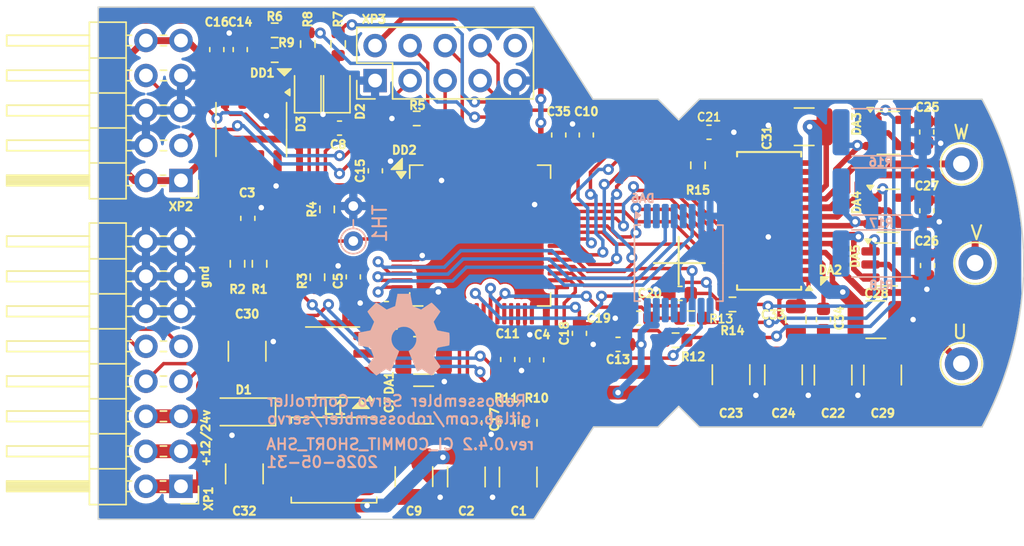
<source format=kicad_pcb>
(kicad_pcb
	(version 20240108)
	(generator "pcbnew")
	(generator_version "8.0")
	(general
		(thickness 1.6)
		(legacy_teardrops no)
	)
	(paper "A4")
	(layers
		(0 "F.Cu" signal)
		(31 "B.Cu" signal)
		(32 "B.Adhes" user "B.Adhesive")
		(33 "F.Adhes" user "F.Adhesive")
		(34 "B.Paste" user)
		(35 "F.Paste" user)
		(36 "B.SilkS" user "B.Silkscreen")
		(37 "F.SilkS" user "F.Silkscreen")
		(38 "B.Mask" user)
		(39 "F.Mask" user)
		(40 "Dwgs.User" user "User.Drawings")
		(41 "Cmts.User" user "User.Comments")
		(42 "Eco1.User" user "User.Eco1")
		(43 "Eco2.User" user "User.Eco2")
		(44 "Edge.Cuts" user)
		(45 "Margin" user)
		(46 "B.CrtYd" user "B.Courtyard")
		(47 "F.CrtYd" user "F.Courtyard")
		(48 "B.Fab" user)
		(49 "F.Fab" user)
	)
	(setup
		(stackup
			(layer "F.SilkS"
				(type "Top Silk Screen")
			)
			(layer "F.Paste"
				(type "Top Solder Paste")
			)
			(layer "F.Mask"
				(type "Top Solder Mask")
				(thickness 0.01)
			)
			(layer "F.Cu"
				(type "copper")
				(thickness 0.035)
			)
			(layer "dielectric 1"
				(type "core")
				(thickness 1.51)
				(material "FR4")
				(epsilon_r 4.5)
				(loss_tangent 0.02)
			)
			(layer "B.Cu"
				(type "copper")
				(thickness 0.035)
			)
			(layer "B.Mask"
				(type "Bottom Solder Mask")
				(thickness 0.01)
			)
			(layer "B.Paste"
				(type "Bottom Solder Paste")
			)
			(layer "B.SilkS"
				(type "Bottom Silk Screen")
			)
			(copper_finish "None")
			(dielectric_constraints no)
		)
		(pad_to_mask_clearance 0)
		(allow_soldermask_bridges_in_footprints no)
		(pcbplotparams
			(layerselection 0x00010f0_ffffffff)
			(plot_on_all_layers_selection 0x0000000_00000000)
			(disableapertmacros no)
			(usegerberextensions yes)
			(usegerberattributes no)
			(usegerberadvancedattributes no)
			(creategerberjobfile no)
			(dashed_line_dash_ratio 12.000000)
			(dashed_line_gap_ratio 3.000000)
			(svgprecision 4)
			(plotframeref no)
			(viasonmask no)
			(mode 1)
			(useauxorigin no)
			(hpglpennumber 1)
			(hpglpenspeed 20)
			(hpglpendiameter 15.000000)
			(pdf_front_fp_property_popups yes)
			(pdf_back_fp_property_popups yes)
			(dxfpolygonmode yes)
			(dxfimperialunits yes)
			(dxfusepcbnewfont yes)
			(psnegative no)
			(psa4output no)
			(plotreference yes)
			(plotvalue no)
			(plotfptext yes)
			(plotinvisibletext no)
			(sketchpadsonfab no)
			(subtractmaskfromsilk no)
			(outputformat 1)
			(mirror no)
			(drillshape 0)
			(scaleselection 1)
			(outputdirectory "gerber/")
		)
	)
	(property "rev" "0.4.2")
	(net 0 "")
	(net 1 "+24V")
	(net 2 "GND")
	(net 3 "+3V3")
	(net 4 "/RESET")
	(net 5 "/SENSE1")
	(net 6 "/SENSE2")
	(net 7 "/led1")
	(net 8 "/CANL")
	(net 9 "/led2")
	(net 10 "/CANH")
	(net 11 "/I2C_SCL")
	(net 12 "/I2C_SDA")
	(net 13 "/nfault")
	(net 14 "/BOOT")
	(net 15 "/CAN_RX")
	(net 16 "/CAN_TX")
	(net 17 "/UL2")
	(net 18 "/en1")
	(net 19 "/VL2")
	(net 20 "/en2")
	(net 21 "/WL2")
	(net 22 "/en3")
	(net 23 "/nsleep")
	(net 24 "/nreset")
	(net 25 "/W")
	(net 26 "/CS1")
	(net 27 "/CLK1")
	(net 28 "/DATA1")
	(net 29 "Net-(DD2-VCAP_1)")
	(net 30 "Net-(DD2-PC5)")
	(net 31 "/SWD_CLK")
	(net 32 "/SWD_DATA")
	(net 33 "Net-(DA2-v3p3)")
	(net 34 "Net-(DA2-cph)")
	(net 35 "/SENSE3")
	(net 36 "/SENSE4")
	(net 37 "/U")
	(net 38 "/V")
	(net 39 "/TX")
	(net 40 "/RX")
	(net 41 "/I")
	(net 42 "/B")
	(net 43 "/A")
	(net 44 "Net-(DA3-Pad1)")
	(net 45 "Net-(DA2-cpl)")
	(net 46 "/VLT_MTR")
	(net 47 "Net-(DA2-vcp)")
	(net 48 "Net-(DA5-Pad1)")
	(net 49 "Net-(D1-K)")
	(net 50 "Net-(D2-A)")
	(net 51 "Net-(D3-A)")
	(net 52 "unconnected-(DA1-NC-Pad1)")
	(net 53 "Net-(C3-Pad1)")
	(net 54 "unconnected-(DA1-NC-Pad3)")
	(net 55 "unconnected-(DA1-NC-Pad2)")
	(net 56 "Net-(DA2-pgnd1)")
	(net 57 "Net-(DA2-pgnd3)")
	(net 58 "Net-(DA2-pgnd2)")
	(net 59 "unconnected-(DA6-NC-Pad13)")
	(net 60 "unconnected-(DA6-NC-Pad14)")
	(net 61 "unconnected-(DA6-~{MagDEC}-Pad2)")
	(net 62 "unconnected-(DA6-~{MagINC}-Pad1)")
	(net 63 "unconnected-(DA6-PWM-Pad12)")
	(net 64 "unconnected-(DA6-NC-Pad5)")
	(net 65 "unconnected-(DD1-AB-Pad5)")
	(net 66 "unconnected-(DD2-PA7-Pad23)")
	(net 67 "Net-(DA4-Pad1)")
	(net 68 "unconnected-(DD2-PB4-Pad56)")
	(net 69 "unconnected-(DD2-PC14-Pad3)")
	(net 70 "unconnected-(DD2-PB3-Pad55)")
	(net 71 "unconnected-(DD2-PA5-Pad21)")
	(net 72 "unconnected-(DD2-PH1-Pad6)")
	(net 73 "Net-(DD2-PC11)")
	(net 74 "unconnected-(DD2-PD2-Pad54)")
	(net 75 "Net-(DD2-PC10)")
	(net 76 "unconnected-(DD2-PC3-Pad11)")
	(net 77 "unconnected-(DD2-PC4-Pad24)")
	(net 78 "unconnected-(DD2-PA15-Pad50)")
	(net 79 "unconnected-(DD2-PA3-Pad17)")
	(net 80 "unconnected-(DD2-PB5-Pad57)")
	(net 81 "unconnected-(DD2-PH0-Pad5)")
	(net 82 "unconnected-(DD2-PB2-Pad28)")
	(net 83 "unconnected-(DD2-PC2-Pad10)")
	(net 84 "unconnected-(DD2-PC15-Pad4)")
	(net 85 "unconnected-(DD2-PC12-Pad53)")
	(net 86 "unconnected-(DD2-PA6-Pad22)")
	(net 87 "unconnected-(DD2-PC13-Pad2)")
	(net 88 "unconnected-(XP3-+5V-Pad10)")
	(footprint "Capacitor_SMD:C_1210_3225Metric" (layer "F.Cu") (at 144.86 134.63 90))
	(footprint "Capacitor_SMD:C_0603_1608Metric" (layer "F.Cu") (at 149.8 109.8 90))
	(footprint "Capacitor_SMD:C_1210_3225Metric" (layer "F.Cu") (at 138 129.4 180))
	(footprint "Capacitor_SMD:C_0603_1608Metric" (layer "F.Cu") (at 144.1 126.1 -90))
	(footprint "Capacitor_SMD:C_0603_1608Metric" (layer "F.Cu") (at 124.7 103.6 -90))
	(footprint "Capacitor_SMD:C_0603_1608Metric" (layer "F.Cu") (at 123 103.6 -90))
	(footprint "Capacitor_SMD:C_1210_3225Metric" (layer "F.Cu") (at 170.8 123.2))
	(footprint "Capacitor_SMD:C_1210_3225Metric" (layer "F.Cu") (at 171.29 127.225 -90))
	(footprint "Capacitor_SMD:C_1210_3225Metric" (layer "F.Cu") (at 125.2 125.5 90))
	(footprint "Capacitor_SMD:C_1210_3225Metric" (layer "F.Cu") (at 165.6 109.2))
	(footprint "Capacitor_SMD:C_1210_3225Metric" (layer "F.Cu") (at 137.3 134.6 90))
	(footprint "Capacitor_SMD:C_1210_3225Metric" (layer "F.Cu") (at 125 134.4 -90))
	(footprint "Diode_SMD:D_SOD-123" (layer "F.Cu") (at 124.9 129.9 180))
	(footprint "Connector_PinHeader_2.54mm:PinHeader_2x05_P2.54mm_Horizontal" (layer "F.Cu") (at 120.4 113.1 180))
	(footprint "Resistor_SMD:R_0603_1608Metric" (layer "F.Cu") (at 127.2 102.2))
	(footprint "Package_QFP:LQFP-64_10x10mm_P0.5mm" (layer "F.Cu") (at 142.1 117.1))
	(footprint "Inductor_SMD:L_TDK_VLS6045EX_VLS6045AF" (layer "F.Cu") (at 131.5 133.4))
	(footprint "Resistor_SMD:R_0603_1608Metric" (layer "F.Cu") (at 124.5 119.15 90))
	(footprint "Capacitor_SMD:C_0603_1608Metric" (layer "F.Cu") (at 152.1 125))
	(footprint "Capacitor_SMD:C_0603_1608Metric" (layer "F.Cu") (at 134.5 112.4 -90))
	(footprint "Capacitor_SMD:C_0603_1608Metric" (layer "F.Cu") (at 146.2 126.125 -90))
	(footprint "LED_SMD:LED_0805_2012Metric" (layer "F.Cu") (at 131.7 106.5 90))
	(footprint "Resistor_SMD:R_0603_1608Metric" (layer "F.Cu") (at 129.6 103.2 90))
	(footprint "LED_SMD:LED_0805_2012Metric" (layer "F.Cu") (at 129.6 106.5 90))
	(footprint "Capacitor_SMD:C_1210_3225Metric" (layer "F.Cu") (at 138 125.8 180))
	(footprint "Capacitor_SMD:C_0603_1608Metric" (layer "F.Cu") (at 147.8 109.8 90))
	(footprint "Capacitor_SMD:C_0603_1608Metric" (layer "F.Cu") (at 135.3 122.4))
	(footprint "Resistor_SMD:R_0603_1608Metric" (layer "F.Cu") (at 126.1 119.15 -90))
	(footprint "Package_SO:SOIC-8_3.9x4.9mm_P1.27mm" (layer "F.Cu") (at 125.5 109.4 -90))
	(footprint "Package_TO_SOT_SMD:SOT-23-5" (layer "F.Cu") (at 171.7 109.65))
	(footprint "Resistor_SMD:R_0603_1608Metric" (layer "F.Cu") (at 127.2 104))
	(footprint "Connector_PinHeader_2.54mm:PinHeader_2x08_P2.54mm_Horizontal"
		(locked yes)
		(layer "F.Cu")
		(uuid "00000000-0000-0000-0000-00006349aa4f")
		(at 120.4 135.3 180)
		(descr "Through hole angled pin header, 2x08, 2.54mm pitch, 6mm pin length, double rows")
		(tags "Through hole angled pin header THT 2x08 2.54mm double row")
		(property "Reference" "XP1"
			(at -2 -0.9 -90)
			(layer "F.SilkS")
			(uuid "e7004a68-43a8-4a86-a46a-6928c551e8de")
			(effects
				(font
					(size 0.6 0.6)
					(thickness 0.15)
				)
			)
		)
		(property "Value" "PLD16R"
			(at 5.655 20.05 180)
			(layer "F.Fab")
			(hide yes)
			(uuid "ba7cc16e-1bae-49b1-810e-edd7734483f4")
			(effects
				(font
					(size 1 1)
					(thickness 0.15)
				)
			)
		)
		(property "Footprint" "Connector_PinHeader_2.54mm:PinHeader_2x08_P2.54mm_Horizontal"
			(at 0 0 180)
			(unlocked yes)
			(layer "F.Fab")
			(hide yes)
			(uuid "cc7e2a17-cec4-479b-b811-a34dcc598d9c")
			(effects
				(font
					(size 1.27 1.27)
				)
			)
		)
		(property "Datasheet" "https://file.elecfans.com/web1/M00/81/AC/o4YBAFw2vnKAaVFEACnRtF3lcuA967.pdf"
			(at 0 0 180)
			(unlocked yes)
			(layer "F.Fab")
			(hide yes)
			(uuid "3fd1578b-f8cf-4ac4-892c-ba35a18723e7")
			(effects
				(font
					(size 1.27 1.27)
				)
			)
		)
		(property "Description" "Pin Headers spacing 2.54mm 16Pins (2x8) brass gold-plated elbow"
			(at 0 0 180)
			(unlocked yes)
			(layer "F.Fab")
			(hide yes)
			(uuid "2595c283-efc4-4b02-bf5b-5fc66b7e7da2")
			(effects
				(font
					(size 1.27 1.27)
				)
			)
		)
		(property "manf#" "A2541WR-2x8P"
			(at 0 0 180)
			(unlocked yes)
			(layer "F.Fab")
			(hide yes)
			(uuid "e0fbcd3d-c959-40a9-b943-e93f6c4696af")
			(effects
				(font
					(size 1 1)
					(thickness 0.15)
				)
			)
		)
		(property ki_fp_filters "Connector*:*_2x??_*")
		(path "/00000000-0000-0000-0000-000062a5e250")
		(sheetname "Root")
		(sheetfile "motor_controller_50mm.kicad_sch")
		(attr through_hole)
		(fp_line
			(start 12.64 18.16)
			(end 6.64 18.16)
			(stroke
				(width 0.12)
				(type solid)
			)
			(layer "F.SilkS")
			(uuid "dd392f0e-5077-49d4-a80a-245d1cbd343d")
		)
		(fp_line
			(start 12.64 17.4)
			(end 12.64 18.16)
			(stroke
				(width 0.12)
				(type solid)
			)
			(layer "F.SilkS")
			(uuid "593770eb-74e5-4d06-88d5-5b88f3a5b5a7")
		)
		(f
... [537892 chars truncated]
</source>
